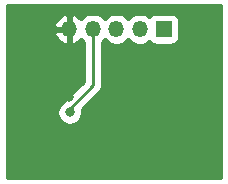
<source format=gbr>
G04 #@! TF.GenerationSoftware,KiCad,Pcbnew,(5.1.5)-3*
G04 #@! TF.CreationDate,2021-11-01T22:29:24-04:00*
G04 #@! TF.ProjectId,MakeNateAMillionDollars,4d616b65-4e61-4746-9541-4d696c6c696f,rev?*
G04 #@! TF.SameCoordinates,Original*
G04 #@! TF.FileFunction,Copper,L2,Bot*
G04 #@! TF.FilePolarity,Positive*
%FSLAX46Y46*%
G04 Gerber Fmt 4.6, Leading zero omitted, Abs format (unit mm)*
G04 Created by KiCad (PCBNEW (5.1.5)-3) date 2021-11-01 22:29:24*
%MOMM*%
%LPD*%
G04 APERTURE LIST*
%ADD10O,1.350000X1.350000*%
%ADD11R,1.350000X1.350000*%
%ADD12C,0.800000*%
%ADD13C,0.250000*%
%ADD14C,0.254000*%
G04 APERTURE END LIST*
D10*
X146450000Y-95950000D03*
X148450000Y-95950000D03*
X150450000Y-95950000D03*
X152450000Y-95950000D03*
D11*
X154450000Y-95950000D03*
D12*
X143000000Y-105250000D03*
X149250000Y-103500000D03*
X143000000Y-98500000D03*
X146425153Y-101675153D03*
X146500000Y-103000000D03*
D13*
X148450000Y-99800000D02*
X148450000Y-95950000D01*
X148450000Y-99800000D02*
X148450000Y-100723308D01*
X146500000Y-102673308D02*
X146500000Y-103000000D01*
X148450000Y-100723308D02*
X146500000Y-102673308D01*
D14*
G36*
X159315001Y-108565000D02*
G01*
X141185000Y-108565000D01*
X141185000Y-102898061D01*
X145465000Y-102898061D01*
X145465000Y-103101939D01*
X145504774Y-103301898D01*
X145582795Y-103490256D01*
X145696063Y-103659774D01*
X145840226Y-103803937D01*
X146009744Y-103917205D01*
X146198102Y-103995226D01*
X146398061Y-104035000D01*
X146601939Y-104035000D01*
X146801898Y-103995226D01*
X146990256Y-103917205D01*
X147159774Y-103803937D01*
X147303937Y-103659774D01*
X147417205Y-103490256D01*
X147495226Y-103301898D01*
X147535000Y-103101939D01*
X147535000Y-102898061D01*
X147504315Y-102743795D01*
X148961008Y-101287103D01*
X148990001Y-101263309D01*
X149013795Y-101234316D01*
X149013799Y-101234312D01*
X149084973Y-101147585D01*
X149084974Y-101147584D01*
X149155546Y-101015555D01*
X149199003Y-100872294D01*
X149210000Y-100760641D01*
X149210000Y-100760632D01*
X149213676Y-100723309D01*
X149210000Y-100685986D01*
X149210000Y-97017709D01*
X149285077Y-96967544D01*
X149450000Y-96802621D01*
X149614923Y-96967544D01*
X149829482Y-97110907D01*
X150067887Y-97209658D01*
X150320976Y-97260000D01*
X150579024Y-97260000D01*
X150832113Y-97209658D01*
X151070518Y-97110907D01*
X151285077Y-96967544D01*
X151450000Y-96802621D01*
X151614923Y-96967544D01*
X151829482Y-97110907D01*
X152067887Y-97209658D01*
X152320976Y-97260000D01*
X152579024Y-97260000D01*
X152832113Y-97209658D01*
X153070518Y-97110907D01*
X153252513Y-96989303D01*
X153323815Y-97076185D01*
X153420506Y-97155537D01*
X153530820Y-97214502D01*
X153650518Y-97250812D01*
X153775000Y-97263072D01*
X155125000Y-97263072D01*
X155249482Y-97250812D01*
X155369180Y-97214502D01*
X155479494Y-97155537D01*
X155576185Y-97076185D01*
X155655537Y-96979494D01*
X155714502Y-96869180D01*
X155750812Y-96749482D01*
X155763072Y-96625000D01*
X155763072Y-95275000D01*
X155750812Y-95150518D01*
X155714502Y-95030820D01*
X155655537Y-94920506D01*
X155576185Y-94823815D01*
X155479494Y-94744463D01*
X155369180Y-94685498D01*
X155249482Y-94649188D01*
X155125000Y-94636928D01*
X153775000Y-94636928D01*
X153650518Y-94649188D01*
X153530820Y-94685498D01*
X153420506Y-94744463D01*
X153323815Y-94823815D01*
X153252513Y-94910697D01*
X153070518Y-94789093D01*
X152832113Y-94690342D01*
X152579024Y-94640000D01*
X152320976Y-94640000D01*
X152067887Y-94690342D01*
X151829482Y-94789093D01*
X151614923Y-94932456D01*
X151450000Y-95097379D01*
X151285077Y-94932456D01*
X151070518Y-94789093D01*
X150832113Y-94690342D01*
X150579024Y-94640000D01*
X150320976Y-94640000D01*
X150067887Y-94690342D01*
X149829482Y-94789093D01*
X149614923Y-94932456D01*
X149450000Y-95097379D01*
X149285077Y-94932456D01*
X149070518Y-94789093D01*
X148832113Y-94690342D01*
X148579024Y-94640000D01*
X148320976Y-94640000D01*
X148067887Y-94690342D01*
X147829482Y-94789093D01*
X147614923Y-94932456D01*
X147443319Y-95104060D01*
X147321227Y-94971697D01*
X147113629Y-94820527D01*
X146880528Y-94712762D01*
X146779400Y-94682090D01*
X146577000Y-94805776D01*
X146577000Y-95823000D01*
X146597000Y-95823000D01*
X146597000Y-96077000D01*
X146577000Y-96077000D01*
X146577000Y-97094224D01*
X146779400Y-97217910D01*
X146880528Y-97187238D01*
X147113629Y-97079473D01*
X147321227Y-96928303D01*
X147443319Y-96795940D01*
X147614923Y-96967544D01*
X147690001Y-97017709D01*
X147690000Y-99762667D01*
X147690000Y-99762668D01*
X147690001Y-100408505D01*
X146019932Y-102078575D01*
X146009744Y-102082795D01*
X145840226Y-102196063D01*
X145696063Y-102340226D01*
X145582795Y-102509744D01*
X145504774Y-102698102D01*
X145465000Y-102898061D01*
X141185000Y-102898061D01*
X141185000Y-96279401D01*
X145182085Y-96279401D01*
X145270711Y-96520430D01*
X145404656Y-96739537D01*
X145578773Y-96928303D01*
X145786371Y-97079473D01*
X146019472Y-97187238D01*
X146120600Y-97217910D01*
X146323000Y-97094224D01*
X146323000Y-96077000D01*
X145304915Y-96077000D01*
X145182085Y-96279401D01*
X141185000Y-96279401D01*
X141185000Y-95620599D01*
X145182085Y-95620599D01*
X145304915Y-95823000D01*
X146323000Y-95823000D01*
X146323000Y-94805776D01*
X146120600Y-94682090D01*
X146019472Y-94712762D01*
X145786371Y-94820527D01*
X145578773Y-94971697D01*
X145404656Y-95160463D01*
X145270711Y-95379570D01*
X145182085Y-95620599D01*
X141185000Y-95620599D01*
X141185000Y-93935000D01*
X159315000Y-93935000D01*
X159315001Y-108565000D01*
G37*
X159315001Y-108565000D02*
X141185000Y-108565000D01*
X141185000Y-102898061D01*
X145465000Y-102898061D01*
X145465000Y-103101939D01*
X145504774Y-103301898D01*
X145582795Y-103490256D01*
X145696063Y-103659774D01*
X145840226Y-103803937D01*
X146009744Y-103917205D01*
X146198102Y-103995226D01*
X146398061Y-104035000D01*
X146601939Y-104035000D01*
X146801898Y-103995226D01*
X146990256Y-103917205D01*
X147159774Y-103803937D01*
X147303937Y-103659774D01*
X147417205Y-103490256D01*
X147495226Y-103301898D01*
X147535000Y-103101939D01*
X147535000Y-102898061D01*
X147504315Y-102743795D01*
X148961008Y-101287103D01*
X148990001Y-101263309D01*
X149013795Y-101234316D01*
X149013799Y-101234312D01*
X149084973Y-101147585D01*
X149084974Y-101147584D01*
X149155546Y-101015555D01*
X149199003Y-100872294D01*
X149210000Y-100760641D01*
X149210000Y-100760632D01*
X149213676Y-100723309D01*
X149210000Y-100685986D01*
X149210000Y-97017709D01*
X149285077Y-96967544D01*
X149450000Y-96802621D01*
X149614923Y-96967544D01*
X149829482Y-97110907D01*
X150067887Y-97209658D01*
X150320976Y-97260000D01*
X150579024Y-97260000D01*
X150832113Y-97209658D01*
X151070518Y-97110907D01*
X151285077Y-96967544D01*
X151450000Y-96802621D01*
X151614923Y-96967544D01*
X151829482Y-97110907D01*
X152067887Y-97209658D01*
X152320976Y-97260000D01*
X152579024Y-97260000D01*
X152832113Y-97209658D01*
X153070518Y-97110907D01*
X153252513Y-96989303D01*
X153323815Y-97076185D01*
X153420506Y-97155537D01*
X153530820Y-97214502D01*
X153650518Y-97250812D01*
X153775000Y-97263072D01*
X155125000Y-97263072D01*
X155249482Y-97250812D01*
X155369180Y-97214502D01*
X155479494Y-97155537D01*
X155576185Y-97076185D01*
X155655537Y-96979494D01*
X155714502Y-96869180D01*
X155750812Y-96749482D01*
X155763072Y-96625000D01*
X155763072Y-95275000D01*
X155750812Y-95150518D01*
X155714502Y-95030820D01*
X155655537Y-94920506D01*
X155576185Y-94823815D01*
X155479494Y-94744463D01*
X155369180Y-94685498D01*
X155249482Y-94649188D01*
X155125000Y-94636928D01*
X153775000Y-94636928D01*
X153650518Y-94649188D01*
X153530820Y-94685498D01*
X153420506Y-94744463D01*
X153323815Y-94823815D01*
X153252513Y-94910697D01*
X153070518Y-94789093D01*
X152832113Y-94690342D01*
X152579024Y-94640000D01*
X152320976Y-94640000D01*
X152067887Y-94690342D01*
X151829482Y-94789093D01*
X151614923Y-94932456D01*
X151450000Y-95097379D01*
X151285077Y-94932456D01*
X151070518Y-94789093D01*
X150832113Y-94690342D01*
X150579024Y-94640000D01*
X150320976Y-94640000D01*
X150067887Y-94690342D01*
X149829482Y-94789093D01*
X149614923Y-94932456D01*
X149450000Y-95097379D01*
X149285077Y-94932456D01*
X149070518Y-94789093D01*
X148832113Y-94690342D01*
X148579024Y-94640000D01*
X148320976Y-94640000D01*
X148067887Y-94690342D01*
X147829482Y-94789093D01*
X147614923Y-94932456D01*
X147443319Y-95104060D01*
X147321227Y-94971697D01*
X147113629Y-94820527D01*
X146880528Y-94712762D01*
X146779400Y-94682090D01*
X146577000Y-94805776D01*
X146577000Y-95823000D01*
X146597000Y-95823000D01*
X146597000Y-96077000D01*
X146577000Y-96077000D01*
X146577000Y-97094224D01*
X146779400Y-97217910D01*
X146880528Y-97187238D01*
X147113629Y-97079473D01*
X147321227Y-96928303D01*
X147443319Y-96795940D01*
X147614923Y-96967544D01*
X147690001Y-97017709D01*
X147690000Y-99762667D01*
X147690000Y-99762668D01*
X147690001Y-100408505D01*
X146019932Y-102078575D01*
X146009744Y-102082795D01*
X145840226Y-102196063D01*
X145696063Y-102340226D01*
X145582795Y-102509744D01*
X145504774Y-102698102D01*
X145465000Y-102898061D01*
X141185000Y-102898061D01*
X141185000Y-96279401D01*
X145182085Y-96279401D01*
X145270711Y-96520430D01*
X145404656Y-96739537D01*
X145578773Y-96928303D01*
X145786371Y-97079473D01*
X146019472Y-97187238D01*
X146120600Y-97217910D01*
X146323000Y-97094224D01*
X146323000Y-96077000D01*
X145304915Y-96077000D01*
X145182085Y-96279401D01*
X141185000Y-96279401D01*
X141185000Y-95620599D01*
X145182085Y-95620599D01*
X145304915Y-95823000D01*
X146323000Y-95823000D01*
X146323000Y-94805776D01*
X146120600Y-94682090D01*
X146019472Y-94712762D01*
X145786371Y-94820527D01*
X145578773Y-94971697D01*
X145404656Y-95160463D01*
X145270711Y-95379570D01*
X145182085Y-95620599D01*
X141185000Y-95620599D01*
X141185000Y-93935000D01*
X159315000Y-93935000D01*
X159315001Y-108565000D01*
M02*

</source>
